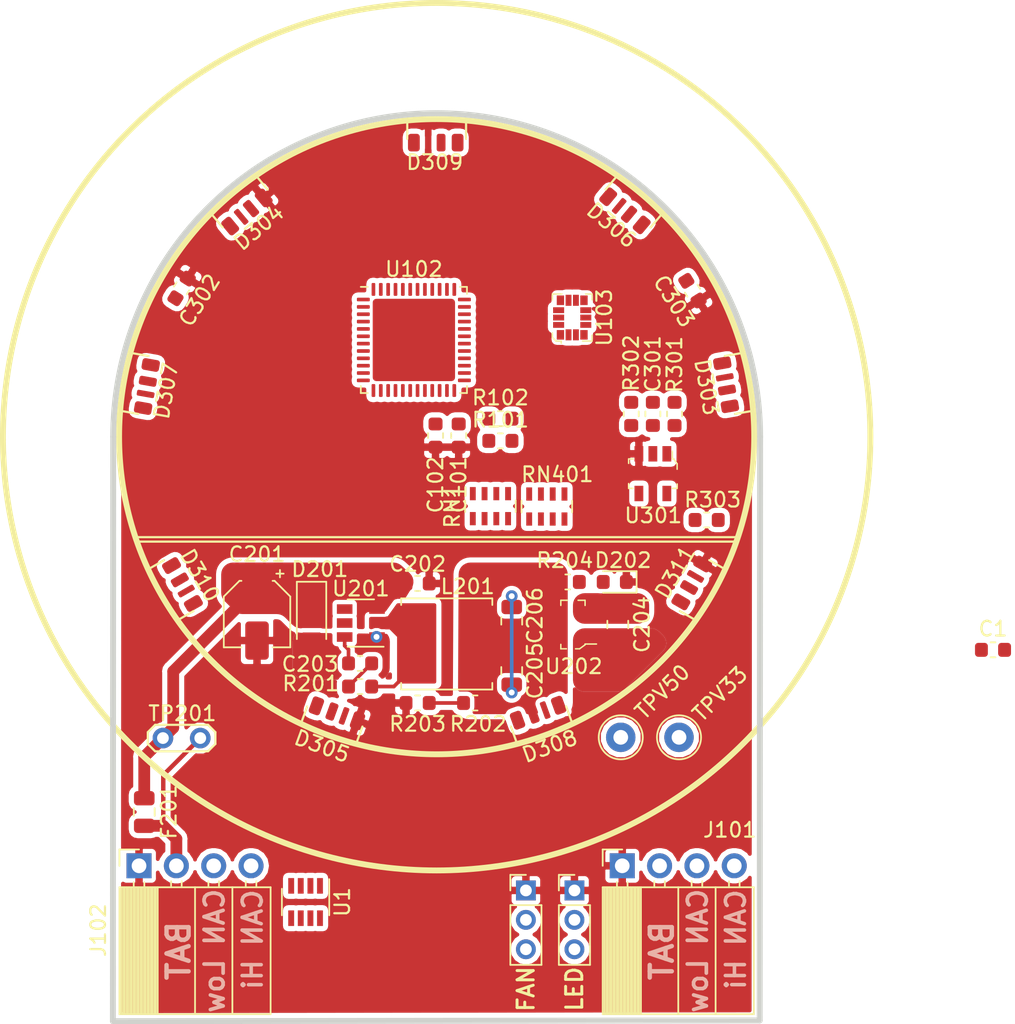
<source format=kicad_pcb>
(kicad_pcb (version 20171130) (host pcbnew 5.0.2+dfsg1-1~bpo9+1)
  (layers (0 F.Cu signal) (31 B.Cu signal) (34 B.Paste user) (35 F.Paste user) (36 B.SilkS user) (37 F.SilkS user) (38 B.Mask user) (39 F.Mask user) (44 Edge.Cuts user))
  (net 0 "")
  (net 1 +5V)
  (net 2 "Net-(D303-Pad4)")
  (net 3 GND)
  (net 4 "Net-(C301-Pad1)")
  (net 5 "Net-(U301-Pad1)")
  (net 6 +3V3)
  (net 7 "Net-(U103-Pad2)")
  (net 8 "Net-(U103-Pad3)")
  (net 9 "Net-(U103-Pad4)")
  (net 10 "Net-(U103-Pad1)")
  (net 11 "Net-(U103-Pad11)")
  (net 12 "Net-(U103-Pad10)")
  (net 13 "Net-(U103-Pad9)")
  (net 14 "Net-(U103-Pad5)")
  (net 15 "Net-(U103-Pad12)")
  (net 16 "Net-(D304-Pad1)")
  (net 17 "Net-(D304-Pad2)")
  (net 18 "Net-(D304-Pad3)")
  (net 19 "Net-(D303-Pad3)")
  (net 20 "Net-(D303-Pad2)")
  (net 21 "Net-(D305-Pad2)")
  (net 22 "Net-(D305-Pad4)")
  (net 23 "Net-(D306-Pad2)")
  (net 24 "Net-(D307-Pad2)")
  (net 25 "Net-(D308-Pad2)")
  (net 26 "Net-(D311-Pad2)")
  (net 27 "Net-(R202-Pad2)")
  (net 28 "Net-(D202-Pad2)")
  (net 29 "Net-(C203-Pad1)")
  (net 30 "Net-(L201-Pad1)")
  (net 31 +BATT)
  (net 32 "Net-(C203-Pad2)")
  (net 33 "Net-(U201-Pad5)")
  (net 34 "Net-(U102-Pad49)")
  (net 35 "Net-(U102-Pad1)")
  (net 36 "Net-(U102-Pad2)")
  (net 37 "Net-(U102-Pad3)")
  (net 38 "Net-(U102-Pad4)")
  (net 39 "Net-(U102-Pad5)")
  (net 40 "Net-(U102-Pad6)")
  (net 41 "Net-(U102-Pad7)")
  (net 42 "Net-(U102-Pad8)")
  (net 43 "Net-(U102-Pad9)")
  (net 44 "Net-(U102-Pad10)")
  (net 45 "Net-(U102-Pad11)")
  (net 46 "Net-(U102-Pad12)")
  (net 47 "Net-(U102-Pad13)")
  (net 48 "Net-(U102-Pad14)")
  (net 49 "Net-(U102-Pad15)")
  (net 50 "Net-(U102-Pad16)")
  (net 51 "Net-(U102-Pad17)")
  (net 52 "Net-(U102-Pad18)")
  (net 53 "Net-(U102-Pad19)")
  (net 54 "Net-(U102-Pad20)")
  (net 55 "Net-(U102-Pad21)")
  (net 56 "Net-(U102-Pad22)")
  (net 57 "Net-(U102-Pad23)")
  (net 58 "Net-(U102-Pad24)")
  (net 59 "Net-(U102-Pad25)")
  (net 60 "Net-(U102-Pad26)")
  (net 61 "Net-(U102-Pad27)")
  (net 62 "Net-(U102-Pad28)")
  (net 63 "Net-(U102-Pad29)")
  (net 64 "Net-(U102-Pad30)")
  (net 65 "Net-(U102-Pad31)")
  (net 66 "Net-(U102-Pad32)")
  (net 67 "Net-(U102-Pad33)")
  (net 68 "Net-(U102-Pad34)")
  (net 69 "Net-(U102-Pad35)")
  (net 70 "Net-(U102-Pad36)")
  (net 71 "Net-(U102-Pad37)")
  (net 72 "Net-(U102-Pad38)")
  (net 73 "Net-(U102-Pad39)")
  (net 74 "Net-(U102-Pad40)")
  (net 75 "Net-(U102-Pad41)")
  (net 76 "Net-(U102-Pad42)")
  (net 77 "Net-(U102-Pad43)")
  (net 78 "Net-(U102-Pad44)")
  (net 79 "Net-(U102-Pad45)")
  (net 80 "Net-(U102-Pad46)")
  (net 81 "Net-(U102-Pad47)")
  (net 82 "Net-(U102-Pad48)")
  (net 83 /CAN_L)
  (net 84 /CAN_H)
  (net 85 /B_UNFUSED)
  (net 86 "/Onboard WS2812/WS_Data")
  (net 87 "/Onboard WS2812/WS_Clock")
  (net 88 "/Onboard WS2812/WS2812_EXT")
  (net 89 TWI_SCL)
  (net 90 TWI_SDA)
  (net 91 /Externals/WS_EXT)
  (net 92 /Externals/Fan_PWM)
  (net 93 /Externals/Fan_Protec)
  (net 94 /Externals/WS_Protec)
  (net 95 "Net-(RN1-Pad2)")
  (net 96 "Net-(RN1-Pad3)")
  (net 97 "Net-(RN1-Pad1)")
  (net 98 "Net-(RN1-Pad4)")
  (net 99 "Net-(RN1-Pad8)")
  (net 100 "Net-(RN1-Pad7)")
  (net 101 "Net-(RN1-Pad6)")
  (net 102 "Net-(RN1-Pad5)")
  (net 103 /Externals/SDA_Prot)
  (net 104 /Externals/SCL_Prot)
  (net 105 "Net-(U1-Pad1)")
  (net 106 "Net-(U1-Pad2)")
  (net 107 "Net-(U1-Pad4)")
  (net 108 "Net-(U1-Pad5)")
  (net 109 "Net-(U1-Pad8)")
  (module Package_TO_SOT_SMD:SOT-23-8 (layer F.Cu) (at 91.0844 131.6482 270)
    (fp_text reference U1 (at 0 -2.5 270) (layer F.SilkS))
    (fp_text value TCAN330)
    (pad 1 smd rect (at -1.1 -0.98 270) (size 1.06 0.4) (layers F.Cu F.Paste F.Mask) (net 105 "Net-(U1-Pad1)"))
    (pad 2 smd rect (at -1.1 -0.33 270) (size 1.06 0.4) (layers F.Cu F.Paste F.Mask) (net 106 "Net-(U1-Pad2)"))
    (pad 3 smd rect (at -1.1 0.33 270) (size 1.06 0.4) (layers F.Cu F.Paste F.Mask) (net 6 +3V3))
    (pad 4 smd rect (at -1.1 0.98 270) (size 1.06 0.4) (layers F.Cu F.Paste F.Mask) (net 107 "Net-(U1-Pad4)"))
    (pad 5 smd rect (at 1.1 0.98 270) (size 1.06 0.4) (layers F.Cu F.Paste F.Mask) (net 108 "Net-(U1-Pad5)"))
    (pad 6 smd rect (at 1.1 0.33 270) (size 1.06 0.4) (layers F.Cu F.Paste F.Mask) (net 83 /CAN_L))
    (pad 7 smd rect (at 1.1 -0.33 270) (size 1.06 0.4) (layers F.Cu F.Paste F.Mask) (net 84 /CAN_H))
    (pad 8 smd rect (at 1.1 -0.98 270) (size 1.06 0.4) (layers F.Cu F.Paste F.Mask) (net 109 "Net-(U1-Pad8)"))
  )
  (module Resistor_SMD:R_0603_1608Metric (layer F.Cu) (at 137.841401 114.496201)
    (fp_text reference C1 (at 0 -1.43) (layer F.SilkS))
    (fp_text value 0.1uF)
    (pad 1 smd roundrect (at -0.7875 0) (size 0.875 0.95) (layers F.Cu F.Paste F.Mask) (net 6 +3V3))
    (pad 2 smd roundrect (at 0.7875 0) (size 0.875 0.95) (layers F.Cu F.Paste F.Mask) (net 3 GND))
  )
  (module Resistor_SMD:R_Array_Concave_4x0603 (layer F.Cu) (at 103.6574 104.7242 90)
    (fp_text reference RN1 (at 0 -2.6 90) (layer F.SilkS))
    (fp_text value R_Pack04)
    (pad 2 smd rect (at -0.85 -0.4 90) (size 0.9 0.4) (layers F.Cu F.Paste F.Mask) (net 95 "Net-(RN1-Pad2)"))
    (pad 3 smd rect (at -0.85 0.4 90) (size 0.9 0.4) (layers F.Cu F.Paste F.Mask) (net 96 "Net-(RN1-Pad3)"))
    (pad 1 smd rect (at -0.85 -1.2 90) (size 0.9 0.4) (layers F.Cu F.Paste F.Mask) (net 97 "Net-(RN1-Pad1)"))
    (pad 4 smd rect (at -0.85 1.2 90) (size 0.9 0.4) (layers F.Cu F.Paste F.Mask) (net 98 "Net-(RN1-Pad4)"))
    (pad 8 smd rect (at 0.85 -1.2 90) (size 0.9 0.4) (layers F.Cu F.Paste F.Mask) (net 99 "Net-(RN1-Pad8)"))
    (pad 7 smd rect (at 0.85 -0.4 90) (size 0.9 0.4) (layers F.Cu F.Paste F.Mask) (net 100 "Net-(RN1-Pad7)"))
    (pad 6 smd rect (at 0.85 0.4 90) (size 0.9 0.4) (layers F.Cu F.Paste F.Mask) (net 101 "Net-(RN1-Pad6)"))
    (pad 5 smd rect (at 0.85 1.2 90) (size 0.9 0.4) (layers F.Cu F.Paste F.Mask) (net 102 "Net-(RN1-Pad5)"))
  )
  (module Resistor_SMD:R_Array_Concave_4x0603 (layer F.Cu) (at 107.4928 104.7496 90)
    (fp_text reference RN401 (at 2.1844 0.7112 180) (layer F.SilkS))
    (fp_text value R_Pack04)
    (pad 2 smd rect (at -0.85 -0.4 90) (size 0.9 0.4) (layers F.Cu F.Paste F.Mask) (net 94 /Externals/WS_Protec))
    (pad 3 smd rect (at -0.85 0.4 90) (size 0.9 0.4) (layers F.Cu F.Paste F.Mask) (net 103 /Externals/SDA_Prot))
    (pad 1 smd rect (at -0.85 -1.2 90) (size 0.9 0.4) (layers F.Cu F.Paste F.Mask) (net 93 /Externals/Fan_Protec))
    (pad 4 smd rect (at -0.85 1.2 90) (size 0.9 0.4) (layers F.Cu F.Paste F.Mask) (net 104 /Externals/SCL_Prot))
    (pad 8 smd rect (at 0.85 -1.2 90) (size 0.9 0.4) (layers F.Cu F.Paste F.Mask) (net 92 /Externals/Fan_PWM))
    (pad 7 smd rect (at 0.85 -0.4 90) (size 0.9 0.4) (layers F.Cu F.Paste F.Mask) (net 91 /Externals/WS_EXT))
    (pad 6 smd rect (at 0.85 0.4 90) (size 0.9 0.4) (layers F.Cu F.Paste F.Mask) (net 90 TWI_SDA))
    (pad 5 smd rect (at 0.85 1.2 90) (size 0.9 0.4) (layers F.Cu F.Paste F.Mask) (net 89 TWI_SCL))
  )
  (module Connector_PinHeader_2.00mm:PinHeader_1x03_P2.00mm_Vertical (layer F.Cu) (at 106.0704 130.8608)
    (fp_text reference J402 hide)
    (fp_text value Conn_01x03_Male)
    (pad 3 thru_hole oval (at 0 4) (size 1.35 1.35) (drill 0.8) (layers *.Cu *.Mask) (net 93 /Externals/Fan_Protec))
    (pad 2 thru_hole oval (at 0 2) (size 1.35 1.35) (drill 0.8) (layers *.Cu *.Mask) (net 1 +5V))
    (pad 1 thru_hole rect (at 0 0) (size 1.35 1.35) (drill 0.8) (layers *.Cu *.Mask) (net 3 GND))
  )
  (module Connector_PinHeader_2.00mm:PinHeader_1x03_P2.00mm_Vertical (layer F.Cu) (at 109.3724 130.8608)
    (fp_text reference J401 hide)
    (fp_text value Conn_01x03_Male)
    (pad 3 thru_hole oval (at 0 4) (size 1.35 1.35) (drill 0.8) (layers *.Cu *.Mask) (net 94 /Externals/WS_Protec))
    (pad 2 thru_hole oval (at 0 2) (size 1.35 1.35) (drill 0.8) (layers *.Cu *.Mask) (net 1 +5V))
    (pad 1 thru_hole rect (at 0 0) (size 1.35 1.35) (drill 0.8) (layers *.Cu *.Mask) (net 3 GND))
  )
  (module Resistor_SMD:R_0603_1608Metric (layer F.Cu) (at 104.335601 100.283601)
    (fp_text reference R101 (at 0 -1.43) (layer F.SilkS))
    (fp_text value 4.7k)
    (pad 2 smd roundrect (at 0.7875 0) (size 0.875 0.95) (layers F.Cu F.Paste F.Mask) (net 90 TWI_SDA))
    (pad 1 smd roundrect (at -0.7875 0) (size 0.875 0.95) (layers F.Cu F.Paste F.Mask) (net 6 +3V3))
  )
  (module Resistor_SMD:R_0603_1608Metric (layer F.Cu) (at 104.335601 98.773601)
    (fp_text reference R102 (at 0 -1.43) (layer F.SilkS))
    (fp_text value 4.7k)
    (pad 2 smd roundrect (at 0.7875 0) (size 0.875 0.95) (layers F.Cu F.Paste F.Mask) (net 89 TWI_SCL))
    (pad 1 smd roundrect (at -0.7875 0) (size 0.875 0.95) (layers F.Cu F.Paste F.Mask) (net 6 +3V3))
  )
  (module Capacitor_SMD:CP_Elec_4x3 (layer F.Cu) (at 87.7824 112.0648 270)
    (fp_text reference C201 (at -4.064 0) (layer F.SilkS))
    (fp_text value 50uF?)
    (pad 2 smd roundrect (at 1.8 0 270) (size 2.6 1.6) (layers F.Cu F.Paste F.Mask) (roundrect_rratio 0.15625) (net 3 GND))
    (pad 1 smd roundrect (at -1.8 0 270) (size 2.6 1.6) (layers F.Cu F.Paste F.Mask) (roundrect_rratio 0.15625) (net 31 +BATT))
  )
  (module TestPoint:TestPoint_Loop_D2.50mm_Drill1.0mm_LowProfile (layer F.Cu) (at 116.4844 120.4468)
    (fp_text reference TPV33 (at 2.794 -2.9464 45) (layer F.SilkS))
    (fp_text value TestPoint_Flag)
    (pad 1 thru_hole circle (at 0 0) (size 2 2) (drill 1) (layers *.Cu *.Mask) (net 6 +3V3))
  )
  (module TestPoint:TestPoint_Loop_D2.50mm_Drill1.0mm_LowProfile (layer F.Cu) (at 112.522 120.4468)
    (fp_text reference TPV50 (at 2.8448 -3.0988 45) (layer F.SilkS))
    (fp_text value TestPoint_Flag)
    (pad 1 thru_hole circle (at 0 0) (size 2 2) (drill 1) (layers *.Cu *.Mask) (net 1 +5V))
  )
  (module Capacitor_SMD:C_0603_1608Metric (layer F.Cu) (at 118.364 105.664 180)
    (fp_text reference R303 (at -0.4064 1.3716 180) (layer F.SilkS))
    (fp_text value 220R)
    (pad 2 smd roundrect (at 0.7875 0 180) (size 0.875 0.95) (layers F.Cu F.Paste F.Mask) (net 26 "Net-(D311-Pad2)"))
    (pad 1 smd roundrect (at -0.7875 0 180) (size 0.875 0.95) (layers F.Cu F.Paste F.Mask) (net 88 "/Onboard WS2812/WS2812_EXT"))
  )
  (module Capacitor_SMD:C_0603_1608Metric (layer F.Cu) (at 114.7064 98.4504 90)
    (fp_text reference C301 (at 3.4036 0 90) (layer F.SilkS))
    (fp_text value 200pF)
    (pad 2 smd roundrect (at 0.7875 0 90) (size 0.875 0.95) (layers F.Cu F.Paste F.Mask) (net 87 "/Onboard WS2812/WS_Clock"))
    (pad 1 smd roundrect (at -0.7875 0 90) (size 0.875 0.95) (layers F.Cu F.Paste F.Mask) (net 4 "Net-(C301-Pad1)"))
  )
  (module Resistor_SMD:R_0603_1608Metric (layer F.Cu) (at 116.1796 98.4504 270)
    (fp_text reference R301 (at -3.3528 0 270) (layer F.SilkS))
    (fp_text value 3k)
    (pad 2 smd roundrect (at 0.7875 0 270) (size 0.875 0.95) (layers F.Cu F.Paste F.Mask) (net 4 "Net-(C301-Pad1)"))
    (pad 1 smd roundrect (at -0.7875 0 270) (size 0.875 0.95) (layers F.Cu F.Paste F.Mask) (net 6 +3V3))
  )
  (module Resistor_SMD:R_0603_1608Metric (layer F.Cu) (at 113.2332 98.4504 90)
    (fp_text reference R302 (at 3.4544 0 90) (layer F.SilkS))
    (fp_text value 3k)
    (pad 2 smd roundrect (at 0.7875 0 90) (size 0.875 0.95) (layers F.Cu F.Paste F.Mask) (net 86 "/Onboard WS2812/WS_Data"))
    (pad 1 smd roundrect (at -0.7875 0 90) (size 0.875 0.95) (layers F.Cu F.Paste F.Mask) (net 4 "Net-(C301-Pad1)"))
  )
  (module TestPoint:TestPoint_2Pads_Pitch2.54mm_Drill0.8mm (layer F.Cu) (at 83.9216 120.4976 180)
    (fp_text reference TP201 (at 1.2192 1.6764 180) (layer F.SilkS))
    (fp_text value TestPoint_2Pole)
    (pad 2 thru_hole circle (at 2.54 0 180) (size 1.4 1.4) (drill 0.8) (layers *.Cu *.Mask) (net 31 +BATT))
    (pad 1 thru_hole circle (at 0 0 180) (size 1.4 1.4) (drill 0.8) (layers *.Cu *.Mask) (net 85 /B_UNFUSED))
  )
  (module Capacitor_SMD:C_0603_1608Metric (layer F.Cu) (at 99.9236 99.9236 90)
    (fp_text reference C102 (at -3.3528 0 90) (layer F.SilkS))
    (fp_text value 1uF)
    (pad 2 smd roundrect (at 0.7875 0 90) (size 0.875 0.95) (layers F.Cu F.Paste F.Mask) (net 6 +3V3))
    (pad 1 smd roundrect (at -0.7875 0 90) (size 0.875 0.95) (layers F.Cu F.Paste F.Mask) (net 3 GND))
  )
  (module Capacitor_SMD:C_0603_1608Metric (layer F.Cu) (at 101.4984 99.9236 90)
    (fp_text reference C101 (at -3.3528 0 90) (layer F.SilkS))
    (fp_text value 10uF)
    (pad 2 smd roundrect (at 0.7875 0 90) (size 0.875 0.95) (layers F.Cu F.Paste F.Mask) (net 6 +3V3))
    (pad 1 smd roundrect (at -0.7875 0 90) (size 0.875 0.95) (layers F.Cu F.Paste F.Mask) (net 3 GND))
  )
  (module XasPrints:IN-PI42TAS (layer F.Cu) (at 112.855752 84.679111 320)
    (fp_text reference D306 (at -0.127 1.3335 320) (layer F.SilkS))
    (fp_text value WS2812B)
    (pad 3 smd roundrect (at -1.55 0 320) (size 0.8 1.2) (layers F.Cu F.Paste F.Mask) (net 19 "Net-(D303-Pad3)"))
    (pad 4 smd roundrect (at 1.425 0 320) (size 0.8 1.2) (layers F.Cu F.Paste F.Mask) (net 20 "Net-(D303-Pad2)"))
    (pad 2 smd roundrect (at -0.575 0 320) (size 0.4 1.2) (layers F.Cu F.Paste F.Mask) (net 23 "Net-(D306-Pad2)"))
    (pad 1 smd roundrect (at 0.3 0 320) (size 0.6 1.2) (layers F.Cu F.Paste F.Mask) (net 1 +5V))
  )
  (module XasPrints:IN-PI42TAS (layer F.Cu) (at 119.696155 96.527036 280)
    (fp_text reference D303 (at -0.127 1.3335 280) (layer F.SilkS))
    (fp_text value WS2812B)
    (pad 3 smd roundrect (at -1.55 0 280) (size 0.8 1.2) (layers F.Cu F.Paste F.Mask) (net 19 "Net-(D303-Pad3)"))
    (pad 4 smd roundrect (at 1.425 0 280) (size 0.8 1.2) (layers F.Cu F.Paste F.Mask) (net 2 "Net-(D303-Pad4)"))
    (pad 2 smd roundrect (at -0.575 0 280) (size 0.4 1.2) (layers F.Cu F.Paste F.Mask) (net 20 "Net-(D303-Pad2)"))
    (pad 1 smd roundrect (at 0.3 0 280) (size 0.6 1.2) (layers F.Cu F.Paste F.Mask) (net 1 +5V))
  )
  (module XasPrints:IN-PI42TAS (layer F.Cu) (at 117.320508 110 240)
    (fp_text reference D311 (at -0.127 1.3335 240) (layer F.SilkS))
    (fp_text value WS2812B)
    (pad 3 smd roundrect (at -1.55 0 240) (size 0.8 1.2) (layers F.Cu F.Paste F.Mask) (net 3 GND))
    (pad 4 smd roundrect (at 1.425 0 240) (size 0.8 1.2) (layers F.Cu F.Paste F.Mask) (net 25 "Net-(D308-Pad2)"))
    (pad 2 smd roundrect (at -0.575 0 240) (size 0.4 1.2) (layers F.Cu F.Paste F.Mask) (net 26 "Net-(D311-Pad2)"))
    (pad 1 smd roundrect (at 0.3 0 240) (size 0.6 1.2) (layers F.Cu F.Paste F.Mask) (net 1 +5V))
  )
  (module XasPrints:IN-PI42TAS (layer F.Cu) (at 106.840403 118.793852 200)
    (fp_text reference D308 (at -0.030161 -2.418731 200) (layer F.SilkS))
    (fp_text value WS2812B)
    (pad 3 smd roundrect (at -1.55 0 200) (size 0.8 1.2) (layers F.Cu F.Paste F.Mask) (net 3 GND))
    (pad 4 smd roundrect (at 1.425 0 200) (size 0.8 1.2) (layers F.Cu F.Paste F.Mask) (net 21 "Net-(D305-Pad2)"))
    (pad 2 smd roundrect (at -0.575 0 200) (size 0.4 1.2) (layers F.Cu F.Paste F.Mask) (net 25 "Net-(D308-Pad2)"))
    (pad 1 smd roundrect (at 0.3 0 200) (size 0.6 1.2) (layers F.Cu F.Paste F.Mask) (net 1 +5V))
  )
  (module XasPrints:IN-PI42TAS (layer F.Cu) (at 93.159597 118.793852 160)
    (fp_text reference D305 (at 0.12601 -2.453617 160) (layer F.SilkS))
    (fp_text value WS2812B)
    (pad 3 smd roundrect (at -1.55 0 160) (size 0.8 1.2) (layers F.Cu F.Paste F.Mask) (net 3 GND))
    (pad 4 smd roundrect (at 1.425 0 160) (size 0.8 1.2) (layers F.Cu F.Paste F.Mask) (net 22 "Net-(D305-Pad4)"))
    (pad 2 smd roundrect (at -0.575 0 160) (size 0.4 1.2) (layers F.Cu F.Paste F.Mask) (net 21 "Net-(D305-Pad2)"))
    (pad 1 smd roundrect (at 0.3 0 160) (size 0.6 1.2) (layers F.Cu F.Paste F.Mask) (net 1 +5V))
  )
  (module XasPrints:IN-PI42TAS (layer F.Cu) (at 82.679492 110 120)
    (fp_text reference D310 (at -0.127 1.3335 120) (layer F.SilkS))
    (fp_text value WS2812B)
    (pad 3 smd roundrect (at -1.55 0 120) (size 0.8 1.2) (layers F.Cu F.Paste F.Mask) (net 18 "Net-(D304-Pad3)"))
    (pad 4 smd roundrect (at 1.425 0 120) (size 0.8 1.2) (layers F.Cu F.Paste F.Mask) (net 24 "Net-(D307-Pad2)"))
    (pad 2 smd roundrect (at -0.575 0 120) (size 0.4 1.2) (layers F.Cu F.Paste F.Mask) (net 22 "Net-(D305-Pad4)"))
    (pad 1 smd roundrect (at 0.3 0 120) (size 0.6 1.2) (layers F.Cu F.Paste F.Mask) (net 16 "Net-(D304-Pad1)"))
  )
  (module XasPrints:IN-PI42TAS (layer F.Cu) (at 80.303845 96.527036 80)
    (fp_text reference D307 (at -0.127 1.3335 80) (layer F.SilkS))
    (fp_text value WS2812B)
    (pad 3 smd roundrect (at -1.55 0 80) (size 0.8 1.2) (layers F.Cu F.Paste F.Mask) (net 18 "Net-(D304-Pad3)"))
    (pad 4 smd roundrect (at 1.425 0 80) (size 0.8 1.2) (layers F.Cu F.Paste F.Mask) (net 17 "Net-(D304-Pad2)"))
    (pad 2 smd roundrect (at -0.575 0 80) (size 0.4 1.2) (layers F.Cu F.Paste F.Mask) (net 24 "Net-(D307-Pad2)"))
    (pad 1 smd roundrect (at 0.3 0 80) (size 0.6 1.2) (layers F.Cu F.Paste F.Mask) (net 16 "Net-(D304-Pad1)"))
  )
  (module XasPrints:IN-PI42TAS (layer F.Cu) (at 87.144248 84.679111 40)
    (fp_text reference D304 (at -0.127 1.3335 40) (layer F.SilkS))
    (fp_text value WS2812B)
    (pad 3 smd roundrect (at -1.55 0 40) (size 0.8 1.2) (layers F.Cu F.Paste F.Mask) (net 18 "Net-(D304-Pad3)"))
    (pad 4 smd roundrect (at 1.425 0 40) (size 0.8 1.2) (layers F.Cu F.Paste F.Mask) (net 3 GND))
    (pad 2 smd roundrect (at -0.575 0 40) (size 0.4 1.2) (layers F.Cu F.Paste F.Mask) (net 17 "Net-(D304-Pad2)"))
    (pad 1 smd roundrect (at 0.3 0 40) (size 0.6 1.2) (layers F.Cu F.Paste F.Mask) (net 16 "Net-(D304-Pad1)"))
  )
  (module Capacitor_SMD:C_0805_2012Metric (layer F.Cu) (at 105.1052 115.9256 270)
    (fp_text reference C205 (at 0 -1.5748 270) (layer F.SilkS))
    (fp_text value 22uF)
    (pad 2 smd roundrect (at 0.9375 0 270) (size 0.975 1.4) (layers F.Cu F.Paste F.Mask) (net 3 GND))
    (pad 1 smd roundrect (at -0.9375 0 270) (size 0.975 1.4) (layers F.Cu F.Paste F.Mask) (net 1 +5V))
  )
  (module Capacitor_SMD:C_0805_2012Metric (layer F.Cu) (at 105.1052 112.522 90)
    (fp_text reference C206 (at 0.3556 1.5748 90) (layer F.SilkS))
    (fp_text value 22uF)
    (pad 2 smd roundrect (at 0.9375 0 90) (size 0.975 1.4) (layers F.Cu F.Paste F.Mask) (net 3 GND))
    (pad 1 smd roundrect (at -0.9375 0 90) (size 0.975 1.4) (layers F.Cu F.Paste F.Mask) (net 1 +5V))
  )
  (module Connector_PinSocket_2.54mm:PinSocket_1x04_P2.54mm_Horizontal (layer F.Cu) (at 79.756 129.1844 90)
    (fp_text reference J102 (at -4.38 -2.77 90) (layer F.SilkS))
    (fp_text value Conn_01x04_Male)
    (pad 4 thru_hole oval (at 0 7.62 90) (size 1.7 1.7) (drill 1) (layers *.Cu *.Mask) (net 84 /CAN_H))
    (pad 3 thru_hole oval (at 0 5.08 90) (size 1.7 1.7) (drill 1) (layers *.Cu *.Mask) (net 83 /CAN_L))
    (pad 2 thru_hole oval (at 0 2.54 90) (size 1.7 1.7) (drill 1) (layers *.Cu *.Mask) (net 85 /B_UNFUSED))
    (pad 1 thru_hole rect (at 0 0 90) (size 1.7 1.7) (drill 1) (layers *.Cu *.Mask) (net 3 GND))
  )
  (module Connector_PinSocket_2.54mm:PinSocket_1x04_P2.54mm_Horizontal (layer F.Cu) (at 112.6236 129.1844 90)
    (fp_text reference J101 (at 2.4384 7.3152 180) (layer F.SilkS))
    (fp_text value Conn_01x04_Male)
    (pad 4 thru_hole oval (at 0 7.62 90) (size 1.7 1.7) (drill 1) (layers *.Cu *.Mask) (net 84 /CAN_H))
    (pad 3 thru_hole oval (at 0 5.08 90) (size 1.7 1.7) (drill 1) (layers *.Cu *.Mask) (net 83 /CAN_L))
    (pad 2 thru_hole oval (at 0 2.54 90) (size 1.7 1.7) (drill 1) (layers *.Cu *.Mask) (net 85 /B_UNFUSED))
    (pad 1 thru_hole rect (at 0 0 90) (size 1.7 1.7) (drill 1) (layers *.Cu *.Mask) (net 3 GND))
  )
  (module Diode_SMD:D_SOD-123 (layer F.Cu) (at 91.4908 112.1156 270)
    (fp_text reference D201 (at -3.0988 -0.5588) (layer F.SilkS))
    (fp_text value SMAJ24ALFCT-ND)
    (pad 2 smd rect (at 1.65 0 270) (size 0.9 1.2) (layers F.Cu F.Paste F.Mask) (net 3 GND))
    (pad 1 smd rect (at -1.65 0 270) (size 0.9 1.2) (layers F.Cu F.Paste F.Mask) (net 31 +BATT))
  )
  (module Capacitor_SMD:C_0603_1608Metric (layer F.Cu) (at 98.7044 109.982)
    (fp_text reference C202 (at 0 -1.3208) (layer F.SilkS))
    (fp_text value 399-7845-1-ND)
    (pad 2 smd roundrect (at 0.7875 0) (size 0.875 0.95) (layers F.Cu F.Paste F.Mask) (net 3 GND))
    (pad 1 smd roundrect (at -0.7875 0) (size 0.875 0.95) (layers F.Cu F.Paste F.Mask) (net 31 +BATT))
  )
  (module Capacitor_SMD:C_0603_1608Metric (layer F.Cu) (at 94.7928 115.4176 180)
    (fp_text reference C203 (at 3.4036 -0.0508 180) (layer F.SilkS))
    (fp_text value 100nF)
    (pad 2 smd roundrect (at 0.7875 0 180) (size 0.875 0.95) (layers F.Cu F.Paste F.Mask) (net 32 "Net-(C203-Pad2)"))
    (pad 1 smd roundrect (at -0.7875 0 180) (size 0.875 0.95) (layers F.Cu F.Paste F.Mask) (net 29 "Net-(C203-Pad1)"))
  )
  (module Capacitor_SMD:C_0603_1608Metric (layer F.Cu) (at 117.3988 90.0684 302)
    (fp_text reference C303 (at -0.069866 1.4539 302) (layer F.SilkS))
    (fp_text value 100nF)
    (pad 2 smd roundrect (at 0.7875 0 302) (size 0.875 0.95) (layers F.Cu F.Paste F.Mask) (net 3 GND))
    (pad 1 smd roundrect (at -0.7875 0 302) (size 0.875 0.95) (layers F.Cu F.Paste F.Mask) (net 1 +5V))
  )
  (module Capacitor_SMD:C_0603_1608Metric (layer F.Cu) (at 82.6516 89.916 58)
    (fp_text reference C302 (at -0.043216 1.464659 58) (layer F.SilkS))
    (fp_text value 100nF)
    (pad 2 smd roundrect (at 0.7875 0 58) (size 0.875 0.95) (layers F.Cu F.Paste F.Mask) (net 3 GND))
    (pad 1 smd roundrect (at -0.7875 0 58) (size 0.875 0.95) (layers F.Cu F.Paste F.Mask) (net 1 +5V))
  )
  (module Capacitor_SMD:C_0805_2012Metric (layer F.Cu) (at 112.3188 112.776 270)
    (fp_text reference C204 (at 0 -1.65 270) (layer F.SilkS))
    (fp_text value 10uF)
    (pad 2 smd roundrect (at 0.9375 0 270) (size 0.975 1.4) (layers F.Cu F.Paste F.Mask) (net 3 GND))
    (pad 1 smd roundrect (at -0.9375 0 270) (size 0.975 1.4) (layers F.Cu F.Paste F.Mask) (net 6 +3V3))
  )
  (module Fuse:Fuse_0805_2012Metric (layer F.Cu) (at 80.1116 125.5268 270)
    (fp_text reference F201 (at 0 -1.6764 270) (layer F.SilkS))
    (fp_text value MFU08055.00CT-ND)
    (pad 2 smd roundrect (at 0.9375 0 270) (size 0.975 1.4) (layers F.Cu F.Paste F.Mask) (net 85 /B_UNFUSED))
    (pad 1 smd roundrect (at -0.9375 0 270) (size 0.975 1.4) (layers F.Cu F.Paste F.Mask) (net 31 +BATT))
  )
  (module Inductor_SMD:L_Bourns_SRN6045TA (layer F.Cu) (at 100.6856 114.0968)
    (fp_text reference L201 (at 1.4224 -3.9116) (layer F.SilkS))
    (fp_text value SRN6045TA-6R3MCT-ND)
    (pad 2 smd rect (at 2.075 0) (size 2.35 5.1) (layers F.Cu F.Paste F.Mask) (net 1 +5V))
    (pad 1 smd rect (at -2.075 0) (size 2.35 5.1) (layers F.Cu F.Paste F.Mask) (net 30 "Net-(L201-Pad1)"))
  )
  (module LED_SMD:LED_0603_1608Metric (layer F.Cu) (at 112.1156 109.8804 180)
    (fp_text reference D202 (at -0.5588 1.4732 180) (layer F.SilkS))
    (fp_text value LED)
    (pad 2 smd roundrect (at 0.7875 0 180) (size 0.875 0.95) (layers F.Cu F.Paste F.Mask) (net 28 "Net-(D202-Pad2)"))
    (pad 1 smd roundrect (at -0.7875 0 180) (size 0.875 0.95) (layers F.Cu F.Paste F.Mask) (net 3 GND))
  )
  (module Package_DFN_QFN:QFN-48-1EP_7x7mm_P0.5mm_EP5.6x5.6mm (layer F.Cu) (at 98.4504 93.4212)
    (fp_text reference U102 (at 0 -4.82) (layer F.SilkS))
    (fp_text value STM32F401CBUx)
    (pad 48 smd roundrect (at -2.75 -3.4375) (size 0.25 0.875) (layers F.Cu F.Paste F.Mask) (net 82 "Net-(U102-Pad48)"))
    (pad 47 smd roundrect (at -2.25 -3.4375) (size 0.25 0.875) (layers F.Cu F.Paste F.Mask) (net 81 "Net-(U102-Pad47)"))
    (pad 46 smd roundrect (at -1.75 -3.4375) (size 0.25 0.875) (layers F.Cu F.Paste F.Mask) (net 80 "Net-(U102-Pad46)"))
    (pad 45 smd roundrect (at -1.25 -3.4375) (size 0.25 0.875) (layers F.Cu F.Paste F.Mask) (net 79 "Net-(U102-Pad45)"))
    (pad 44 smd roundrect (at -0.75 -3.4375) (size 0.25 0.875) (layers F.Cu F.Paste F.Mask) (net 78 "Net-(U102-Pad44)"))
    (pad 43 smd roundrect (at -0.25 -3.4375) (size 0.25 0.875) (layers F.Cu F.Paste F.Mask) (net 77 "Net-(U102-Pad43)"))
    (pad 42 smd roundrect (at 0.25 -3.4375) (size 0.25 0.875) (layers F.Cu F.Paste F.Mask) (net 76 "Net-(U102-Pad42)"))
    (pad 41 smd roundrect (at 0.75 -3.4375) (size 0.25 0.875) (layers F.Cu F.Paste F.Mask) (net 75 "Net-(U102-Pad41)"))
    (pad 40 smd roundrect (at 1.25 -3.4375) (size 0.25 0.875) (layers F.Cu F.Paste F.Mask) (net 74 "Net-(U102-Pad40)"))
    (pad 39 smd roundrect (at 1.75 -3.4375) (size 0.25 0.875) (layers F.Cu F.Paste F.Mask) (net 73 "Net-(U102-Pad39)"))
    (pad 38 smd roundrect (at 2.25 -3.4375) (size 0.25 0.875) (layers F.Cu F.Paste F.Mask) (net 72 "Net-(U102-Pad38)"))
    (pad 37 smd roundrect (at 2.75 -3.4375) (size 0.25 0.875) (layers F.Cu F.Paste F.Mask) (net 71 "Net-(U102-Pad37)"))
    (pad 36 smd roundrect (at 3.4375 -2.75) (size 0.875 0.25) (layers F.Cu F.Paste F.Mask) (net 70 "Net-(U102-Pad36)"))
    (pad 35 smd roundrect (at 3.4375 -2.25) (size 0.875 0.25) (layers F.Cu F.Paste F.Mask) (net 69 "Net-(U102-Pad35)"))
    (pad 34 smd roundrect (at 3.4375 -1.75) (size 0.875 0.25) (layers F.Cu F.Paste F.Mask) (net 68 "Net-(U102-Pad34)"))
    (pad 33 smd roundrect (at 3.4375 -1.25) (size 0.875 0.25) (layers F.Cu F.Paste F.Mask) (net 67 "Net-(U102-Pad33)"))
    (pad 32 smd roundrect (at 3.4375 -0.75) (size 0.875 0.25) (layers F.Cu F.Paste F.Mask) (net 66 "Net-(U102-Pad32)"))
    (pad 31 smd roundrect (at 3.4375 -0.25) (size 0.875 0.25) (layers F.Cu F.Paste F.Mask) (net 65 "Net-(U102-Pad31)"))
    (pad 30 smd roundrect (at 3.4375 0.25) (size 0.875 0.25) (layers F.Cu F.Paste F.Mask) (net 64 "Net-(U102-Pad30)"))
    (pad 29 smd roundrect (at 3.4375 0.75) (size 0.875 0.25) (layers F.Cu F.Paste F.Mask) (net 63 "Net-(U102-Pad29)"))
    (pad 28 smd roundrect (at 3.4375 1.25) (size 0.875 0.25) (layers F.Cu F.Paste F.Mask) (net 62 "Net-(U102-Pad28)"))
    (pad 27 smd roundrect (at 3.4375 1.75) (size 0.875 0.25) (layers F.Cu F.Paste F.Mask) (net 61 "Net-(U102-Pad27)"))
    (pad 26 smd roundrect (at 3.4375 2.25) (size 0.875 0.25) (layers F.Cu F.Paste F.Mask) (net 60 "Net-(U102-Pad26)"))
    (pad 25 smd roundrect (at 3.4375 2.75) (size 0.875 0.25) (layers F.Cu F.Paste F.Mask) (net 59 "Net-(U102-Pad25)"))
    (pad 24 smd roundrect (at 2.75 3.4375) (size 0.25 0.875) (layers F.Cu F.Paste F.Mask) (net 58 "Net-(U102-Pad24)"))
    (pad 23 smd roundrect (at 2.25 3.4375) (size 0.25 0.875) (layers F.Cu F.Paste F.Mask) (net 57 "Net-(U102-Pad23)"))
    (pad 22 smd roundrect (at 1.75 3.4375) (size 0.25 0.875) (layers F.Cu F.Paste F.Mask) (net 56 "Net-(U102-Pad22)"))
    (pad 21 smd roundrect (at 1.25 3.4375) (size 0.25 0.875) (layers F.Cu F.Paste F.Mask) (net 55 "Net-(U102-Pad21)"))
    (pad 20 smd roundrect (at 0.75 3.4375) (size 0.25 0.875) (layers F.Cu F.Paste F.Mask) (net 54 "Net-(U102-Pad20)"))
    (pad 19 smd roundrect (at 0.25 3.4375) (size 0.25 0.875) (layers F.Cu F.Paste F.Mask) (net 53 "Net-(U102-Pad19)"))
    (pad 18 smd roundrect (at -0.25 3.4375) (size 0.25 0.875) (layers F.Cu F.Paste F.Mask) (net 52 "Net-(U102-Pad18)"))
    (pad 17 smd roundrect (at -0.75 3.4375) (size 0.25 0.875) (layers F.Cu F.Paste F.Mask) (net 51 "Net-(U102-Pad17)"))
    (pad 16 smd roundrect (at -1.25 3.4375) (size 0.25 0.875) (layers F.Cu F.Paste F.Mask) (net 50 "Net-(U102-Pad16)"))
    (pad 15 smd roundrect (at -1.75 3.4375) (size 0.25 0.875) (layers F.Cu F.Paste F.Mask) (net 49 "Net-(U102-Pad15)"))
    (pad 14 smd roundrect (at -2.25 3.4375) (size 0.25 0.875) (layers F.Cu F.Paste F.Mask) (net 48 "Net-(U102-Pad14)"))
    (pad 13 smd roundrect (at -2.75 3.4375) (size 0.25 0.875) (layers F.Cu F.Paste F.Mask) (net 47 "Net-(U102-Pad13)"))
    (pad 12 smd roundrect (at -3.4375 2.75) (size 0.875 0.25) (layers F.Cu F.Paste F.Mask) (net 46 "Net-(U102-Pad12)"))
    (pad 11 smd roundrect (at -3.4375 2.25) (size 0.875 0.25) (layers F.Cu F.Paste F.Mask) (net 45 "Net-(U102-Pad11)"))
    (pad 10 smd roundrect (at -3.4375 1.75) (size 0.875 0.25) (layers F.Cu F.Paste F.Mask) (net 44 "Net-(U102-Pad10)"))
    (pad 9 smd roundrect (at -3.4375 1.25) (size 0.875 0.25) (layers F.Cu F.Paste F.Mask) (net 43 "Net-(U102-Pad9)"))
    (pad 8 smd roundrect (at -3.4375 0.75) (size 0.875 0.25) (layers F.Cu F.Paste F.Mask) (net 42 "Net-(U102-Pad8)"))
    (pad 7 smd roundrect (at -3.4375 0.25) (size 0.875 0.25) (layers F.Cu F.Paste F.Mask) (net 41 "Net-(U102-Pad7)"))
    (pad 6 smd roundrect (at -3.4375 -0.25) (size 0.875 0.25) (layers F.Cu F.Paste F.Mask) (net 40 "Net-(U102-Pad6)"))
    (pad 5 smd roundrect (at -3.4375 -0.75) (size 0.875 0.25) (layers F.Cu F.Paste F.Mask) (net 39 "Net-(U102-Pad5)"))
    (pad 4 smd roundrect (at -3.4375 -1.25) (size 0.875 0.25) (layers F.Cu F.Paste F.Mask) (net 38 "Net-(U102-Pad4)"))
    (pad 3 smd roundrect (at -3.4375 -1.75) (size 0.875 0.25) (layers F.Cu F.Paste F.Mask) (net 37 "Net-(U102-Pad3)"))
    (pad 2 smd roundrect (at -3.4375 -2.25) (size 0.875 0.25) (layers F.Cu F.Paste F.Mask) (net 36 "Net-(U102-Pad2)"))
    (pad 1 smd roundrect (at -3.4375 -2.75) (size 0.875 0.25) (layers F.Cu F.Paste F.Mask) (net 35 "Net-(U102-Pad1)"))
    (pad 49 smd roundrect (at 0 0) (size 5.6 5.6) (layers F.Cu F.Mask) (roundrect_rratio 0.044643) (net 34 "Net-(U102-Pad49)"))
  )
  (module Package_TO_SOT_SMD:SOT-23-6 (layer F.Cu) (at 94.8436 112.6744 180)
    (fp_text reference U201 (at 0 2.3368 180) (layer F.SilkS))
    (fp_text value 296-53568-1-ND)
    (pad 5 smd rect (at 1.1 0 180) (size 1.06 0.65) (layers F.Cu F.Paste F.Mask) (net 33 "Net-(U201-Pad5)"))
    (pad 6 smd rect (at 1.1 -0.95 180) (size 1.06 0.65) (layers F.Cu F.Paste F.Mask) (net 32 "Net-(C203-Pad2)"))
    (pad 4 smd rect (at 1.1 0.95 180) (size 1.06 0.65) (layers F.Cu F.Paste F.Mask) (net 27 "Net-(R202-Pad2)"))
    (pad 3 smd rect (at -1.1 0.95 180) (size 1.06 0.65) (layers F.Cu F.Paste F.Mask) (net 31 +BATT))
    (pad 2 smd rect (at -1.1 0 180) (size 1.06 0.65) (layers F.Cu F.Paste F.Mask) (net 30 "Net-(L201-Pad1)"))
    (pad 1 smd rect (at -1.1 -0.95 180) (size 1.06 0.65) (layers F.Cu F.Paste F.Mask) (net 3 GND))
  )
  (module Resistor_SMD:R_0603_1608Metric (layer F.Cu) (at 94.7928 116.9924 180)
    (fp_text reference R201 (at 3.3528 0.2032 180) (layer F.SilkS))
    (fp_text value 30R)
    (pad 2 smd roundrect (at 0.7875 0 180) (size 0.875 0.95) (layers F.Cu F.Paste F.Mask) (net 29 "Net-(C203-Pad1)"))
    (pad 1 smd roundrect (at -0.7875 0 180) (size 0.875 0.95) (layers F.Cu F.Paste F.Mask) (net 30 "Net-(L201-Pad1)"))
  )
  (module Resistor_SMD:R_0603_1608Metric (layer F.Cu) (at 102.616 118.11 180)
    (fp_text reference R202 (at -0.2032 -1.43 180) (layer F.SilkS))
    (fp_text value 68k)
    (pad 2 smd roundrect (at 0.7875 0 180) (size 0.875 0.95) (layers F.Cu F.Paste F.Mask) (net 27 "Net-(R202-Pad2)"))
    (pad 1 smd roundrect (at -0.7875 0 180) (size 0.875 0.95) (layers F.Cu F.Paste F.Mask) (net 1 +5V))
  )
  (module Resistor_SMD:R_0603_1608Metric (layer F.Cu) (at 108.9152 109.8804)
    (fp_text reference R204 (at -0.2032 -1.4732) (layer F.SilkS))
    (fp_text value R_Small)
    (pad 2 smd roundrect (at 0.7875 0) (size 0.875 0.95) (layers F.Cu F.Paste F.Mask) (net 28 "Net-(D202-Pad2)"))
    (pad 1 smd roundrect (at -0.7875 0) (size 0.875 0.95) (layers F.Cu F.Paste F.Mask) (net 1 +5V))
  )
  (module Resistor_SMD:R_0603_1608Metric (layer F.Cu) (at 98.7044 118.11 180)
    (fp_text reference R203 (at 0 -1.43 180) (layer F.SilkS))
    (fp_text value 13k)
    (pad 2 smd roundrect (at 0.7875 0 180) (size 0.875 0.95) (layers F.Cu F.Paste F.Mask) (net 3 GND))
    (pad 1 smd roundrect (at -0.7875 0 180) (size 0.875 0.95) (layers F.Cu F.Paste F.Mask) (net 27 "Net-(R202-Pad2)"))
  )
  (module XasPrints:IN-PI42TAS (layer F.Cu) (at 100 80)
    (fp_text reference D309 (at -0.127 1.3335) (layer F.SilkS))
    (fp_text value WS2812B)
    (pad 3 smd roundrect (at -1.55 0) (size 0.8 1.2) (layers F.Cu F.Paste F.Mask) (net 19 "Net-(D303-Pad3)"))
    (pad 4 smd roundrect (at 1.425 0) (size 0.8 1.2) (layers F.Cu F.Paste F.Mask) (net 23 "Net-(D306-Pad2)"))
    (pad 2 smd roundrect (at -0.575 0) (size 0.4 1.2) (layers F.Cu F.Paste F.Mask) (net 3 GND))
    (pad 1 smd roundrect (at 0.3 0) (size 0.6 1.2) (layers F.Cu F.Paste F.Mask) (net 1 +5V))
  )
  (module digikey-footprints:LGA-14L_2.5x3mm__LSM6DS3 (layer F.Cu) (at 109.22 91.8972 90)
    (fp_text reference U103 (at 0 2.1844 90) (layer F.SilkS))
    (fp_text value LSM6DS3TR)
    (pad 12 smd rect (at 0.5 -0.925 90) (size 0.4 0.75) (layers F.Cu F.Paste F.Mask) (net 15 "Net-(U103-Pad12)"))
    (pad 14 smd rect (at -0.5 -0.925 90) (size 0.4 0.75) (layers F.Cu F.Paste F.Mask) (net 90 TWI_SDA))
    (pad 13 smd rect (at 0 -0.925 90) (size 0.4 0.75) (layers F.Cu F.Paste F.Mask) (net 89 TWI_SCL))
    (pad 5 smd rect (at -0.5 0.925 90) (size 0.4 0.75) (layers F.Cu F.Paste F.Mask) (net 14 "Net-(U103-Pad5)"))
    (pad 7 smd rect (at 0.5 0.925 90) (size 0.4 0.75) (layers F.Cu F.Paste F.Mask) (net 3 GND))
    (pad 6 smd rect (at 0 0.925 90) (size 0.4 0.75) (layers F.Cu F.Paste F.Mask) (net 3 GND))
    (pad 8 smd rect (at 1.175 0.8 90) (size 0.65 0.5) (layers F.Cu F.Paste F.Mask) (net 6 +3V3))
    (pad 9 smd rect (at 1.175 0.25 90) (size 0.75 0.4) (layers F.Cu F.Paste F.Mask) (net 13 "Net-(U103-Pad9)"))
    (pad 10 smd rect (at 1.175 -0.25 90) (size 0.75 0.4) (layers F.Cu F.Paste F.Mask) (net 12 "Net-(U103-Pad10)"))
    (pad 11 smd rect (at 1.175 -0.8 90) (size 0.65 0.5) (layers F.Cu F.Paste F.Mask) (net 11 "Net-(U103-Pad11)"))
    (pad 1 smd rect (at -1.175 -0.8 90) (size 0.65 0.5) (layers F.Cu F.Paste F.Mask) (net 10 "Net-(U103-Pad1)"))
    (pad 4 smd rect (at -1.175 0.8 90) (size 0.65 0.5) (layers F.Cu F.Paste F.Mask) (net 9 "Net-(U103-Pad4)"))
    (pad 3 smd rect (at -1.175 0.25 90) (size 0.75 0.4) (layers F.Cu F.Paste F.Mask) (net 8 "Net-(U103-Pad3)"))
    (pad 2 smd rect (at -1.175 -0.25 90) (size 0.75 0.4) (layers F.Cu F.Paste F.Mask) (net 7 "Net-(U103-Pad2)"))
  )
  (module digikey-footprints:SOT-23-3 (layer F.Cu) (at 109.2708 112.776 180)
    (fp_text reference U202 (at -0.0508 -2.8448 180) (layer F.SilkS))
    (fp_text value MCP1700T-3302E_TT)
    (pad 1 smd rect (at -1.05 -0.95 180) (size 1.3 0.6) (layers F.Cu F.Paste F.Mask) (net 3 GND))
    (pad 2 smd rect (at -1.05 0.95 180) (size 1.3 0.6) (layers F.Cu F.Paste F.Mask) (net 6 +3V3))
    (pad 3 smd rect (at 1.05 0 180) (size 1.3 0.6) (layers F.Cu F.Paste F.Mask) (net 1 +5V))
  )
  (module digikey-footprints:SOT-753 (layer F.Cu) (at 114.7064 102.5144 180)
    (fp_text reference U301 (at -0.025 -2.8448 180) (layer F.SilkS))
    (fp_text value SN74LVC1G14DBVR)
    (pad 1 smd rect (at -0.95 1.35 180) (size 0.6 1.05) (layers F.Cu F.Paste F.Mask) (net 5 "Net-(U301-Pad1)"))
    (pad 2 smd rect (at 0 1.35 180) (size 0.6 1.05) (layers F.Cu F.Paste F.Mask) (net 4 "Net-(C301-Pad1)"))
    (pad 3 smd rect (at 0.95 1.35 180) (size 0.6 1.05) (layers F.Cu F.Paste F.Mask) (net 3 GND))
    (pad 4 smd rect (at 0.95 -1.35 180) (size 0.6 1.05) (layers F.Cu F.Paste F.Mask) (net 2 "Net-(D303-Pad4)"))
    (pad 5 smd rect (at -0.95 -1.35 180) (size 0.6 1.05) (layers F.Cu F.Paste F.Mask) (net 1 +5V))
  )
  (gr_text FAN (at 106.0704 137.5664 90) (layer F.SilkS) (effects (font (size 1.1 1.1) (thickness 0.2))))
  (gr_text LED (at 109.3724 137.5664 90) (layer F.SilkS) (effects (font (size 1.1 1.1) (thickness 0.2))))
  (gr_text "CAN Hi\n" (at 120.3452 134.202106 90) (layer B.SilkS) (effects (font (size 1.3 1.3) (thickness 0.24)) (justify mirror)))
  (gr_text "CAN Low" (at 117.7544 134.964106 90) (layer B.SilkS) (effects (font (size 1.3 1.3) (thickness 0.25)) (justify mirror)))
  (gr_text BAT (at 115.316 134.964106 90) (layer B.SilkS) (effects (font (size 1.5 1.5) (thickness 0.3)) (justify mirror)))
  (gr_text "CAN Hi\n" (at 87.4776 134.206122 90) (layer B.SilkS) (effects (font (size 1.3 1.3) (thickness 0.24)) (justify mirror)))
  (gr_text "CAN Low" (at 84.8868 134.968122 90) (layer B.SilkS) (effects (font (size 1.3 1.3) (thickness 0.25)) (justify mirror)))
  (gr_text BAT (at 82.4484 134.968122 90) (layer B.SilkS) (effects (font (size 1.5 1.5) (thickness 0.3)) (justify mirror)))
  (gr_line (start 79.7052 107.1372) (end 120.2944 107.1372) (layer F.SilkS) (width 0.15))
  (gr_line (start 120.3452 106.8324) (end 79.6036 106.8324) (layer F.SilkS) (width 0.15))
  (gr_line (start 121.9708 139.7) (end 122 100) (layer Edge.Cuts) (width 0.4))
  (gr_line (start 77.978 139.7508) (end 121.9708 139.7) (layer Edge.Cuts) (width 0.4))
  (gr_line (start 78 100) (end 77.978 139.7508) (layer Edge.Cuts) (width 0.4))
  (gr_circle (center 100 100) (end 129.5 100) (layer F.SilkS) (width 0.4))
  (gr_circle (center 100 100) (end 121.6 100) (layer F.SilkS) (width 0.4))
  (gr_arc (start 100 100) (end 122 100) (angle -180) (layer Edge.Cuts) (width 0.4))
  (via (at 105.1052 110.8456) (size 0.8) (drill 0.4) (layers F.Cu B.Cu) (net 0))
  (via (at 105.1052 117.3988) (size 0.8) (drill 0.4) (layers F.Cu B.Cu) (net 0))
  (segment (start 105.1052 111.411285) (end 105.1052 117.3988) (width 0.25) (layer B.Cu) (net 0))
  (segment (start 105.1052 110.8456) (end 105.1052 111.411285) (width 0.25) (layer B.Cu) (net 0))
  (via (at 95.9104 113.6142) (size 0.8) (drill 0.4) (layers F.Cu B.Cu) (net 3))
  (segment (start 101.8285 118.11) (end 99.4919 118.11) (width 0.25) (layer F.Cu) (net 27))
  (segment (start 95.5801 115.4176) (end 94.0053 116.9924) (width 0.25) (layer F.Cu) (net 29))
  (segment (start 95.5803 115.4176) (end 95.5801 115.4176) (width 0.25) (layer F.Cu) (net 29))
  (segment (start 97.1882 112.6744) (end 98.6106 114.0968) (width 0.6) (layer F.Cu) (net 30))
  (segment (start 95.9436 112.6744) (end 97.1882 112.6744) (width 0.6) (layer F.Cu) (net 30))
  (segment (start 98.6106 115.4718) (end 98.6106 114.0968) (width 0.25) (layer F.Cu) (net 30))
  (segment (start 97.09 116.9924) (end 98.6106 115.4718) (width 0.25) (layer F.Cu) (net 30))
  (segment (start 95.5803 116.9924) (end 97.09 116.9924) (width 0.25) (layer F.Cu) (net 30))
  (segment (start 80.1116 121.7676) (end 81.3816 120.4976) (width 0.8) (layer F.Cu) (net 31))
  (segment (start 80.1116 124.5893) (end 80.1116 121.7676) (width 0.8) (layer F.Cu) (net 31))
  (segment (start 86.91169 111.13551) (end 87.7824 110.2648) (width 0.8) (layer F.Cu) (net 31))
  (segment (start 82.081599 115.965601) (end 86.91169 111.13551) (width 0.8) (layer F.Cu) (net 31))
  (segment (start 82.081599 119.797601) (end 82.081599 115.965601) (width 0.8) (layer F.Cu) (net 31))
  (segment (start 81.3816 120.4976) (end 82.081599 119.797601) (width 0.8) (layer F.Cu) (net 31))
  (segment (start 93.7436 113.6244) (end 93.7436 114.216) (width 0.25) (layer F.Cu) (net 32))
  (segment (start 94.0053 114.4777) (end 94.0053 115.4176) (width 0.25) (layer F.Cu) (net 32))
  (segment (start 93.7436 114.216) (end 94.0053 114.4777) (width 0.25) (layer F.Cu) (net 32))
  (segment (start 82.296 127.3556) (end 81.4047 126.4643) (width 0.8) (layer F.Cu) (net 85))
  (segment (start 81.4047 126.4643) (end 80.1116 126.4643) (width 0.8) (layer F.Cu) (net 85))
  (segment (start 82.296 129.1844) (end 82.296 127.3556) (width 0.8) (layer F.Cu) (net 85))
  (segment (start 81.4047 123.0145) (end 81.4047 126.4643) (width 0.3) (layer F.Cu) (net 85))
  (segment (start 83.9216 120.4976) (end 81.4047 123.0145) (width 0.3) (layer F.Cu) (net 85))
  (zone (net 31) (net_name +BATT) (layer F.Cu) (priority 3) (connect_pads yes (clearance 0.3)) (min_thickness 0.254) (fill yes (arc_segments 32) (thermal_gap 0.3) (thermal_bridge_width 0.508) (smoothing fillet) (radius 0.8))
    (polygon (pts (xy 85.344 108.5596) (xy 97.3836 108.5596) (xy 98.6536 109.728) (xy 96.5454 113.1062) (xy 90.424 113.03) (xy 89.4588 112.0648) (xy 86.4616 112.0648) (xy 85.344 110.9472)))
  )
  (zone (net 1) (net_name +5V) (layer F.Cu) (priority 3) (connect_pads yes (clearance 0.3)) (min_thickness 0.254) (fill yes (arc_segments 32) (thermal_gap 0.3) (thermal_bridge_width 0.508) (smoothing fillet) (radius 0.8))
    (polygon (pts (xy 101.4984 108.5596) (xy 108.9152 108.5596) (xy 108.9152 118.872) (xy 101.4476 118.872)))
  )
  (zone (net 6) (net_name +3V3) (layer F.Cu) (priority 3) (connect_pads yes (clearance 0.3)) (min_thickness 0.254) (fill yes (arc_segments 32) (thermal_gap 0.3) (thermal_bridge_width 0.508) (smoothing fillet) (radius 0.8))
    (polygon (pts (xy 109.2708 112.7252) (xy 114.4524 112.7252) (xy 114.4524 110.6424) (xy 109.2708 110.6424)))
  )
  (zone (net 3) (net_name GND) (layer F.Cu) (priority 2) (connect_pads yes (clearance 0.3)) (min_thickness 0.254) (fill yes (arc_segments 32) (thermal_gap 0.3) (thermal_bridge_width 0.508) (smoothing fillet) (radius 0.8))
    (polygon (pts (xy 90.2208 113.1316) (xy 96.8248 113.1316) (xy 96.7994 116.5352) (xy 90.1954 116.5352)))
  )
  (zone (net 3) (net_name GND) (layer F.Cu) (priority 2) (connect_pads yes (clearance 0.3)) (min_thickness 0.254) (fill yes (arc_segments 32) (thermal_gap 0.3) (thermal_bridge_width 0.508) (smoothing fillet) (radius 0.8))
    (polygon (pts (xy 109.2708 113.03) (xy 114.9096 113.03) (xy 115.6208 113.7412) (xy 115.6208 114.3508) (xy 112.6236 117.348) (xy 109.2708 117.348)))
  )
  (zone (net 3) (net_name GND) (layer F.Cu) (connect_pads (clearance 0.35)) (min_thickness 0.254) (fill yes (arc_segments 16) (thermal_gap 0.3) (thermal_bridge_width 0.508) (smoothing fillet) (radius 2))
    (polygon (pts (xy 121.9708 139.7) (xy 77.978 139.7) (xy 77.978 78.0288) (xy 121.92 78.0288)))
  )
  (zone (net 30) (net_name "Net-(L201-Pad1)") (layer F.Cu) (priority 4) (connect_pads yes (clearance 0.1)) (min_thickness 0.254) (fill yes (arc_segments 16) (thermal_gap 0.508) (thermal_bridge_width 0.508))
    (polygon (pts (xy 95.4024 112.2172) (xy 96.6724 112.2172) (xy 97.3074 111.3282) (xy 99.9744 111.3282) (xy 99.9744 116.7892) (xy 97.3074 116.7892) (xy 97.3074 113.6142) (xy 96.7994 113.1062) (xy 95.4024 113.1062)))
  )
)
</source>
